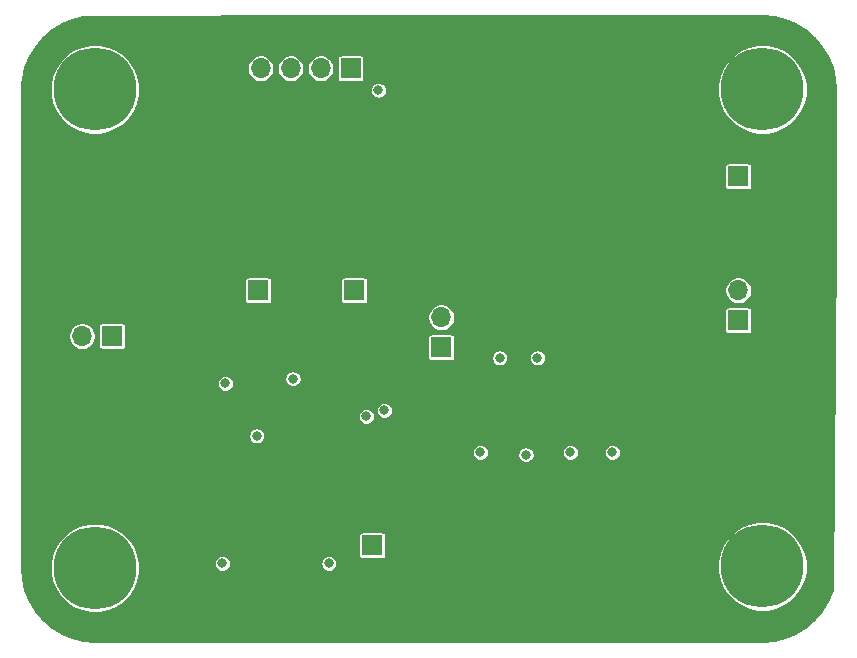
<source format=gbr>
%TF.GenerationSoftware,KiCad,Pcbnew,(5.1.9)-1*%
%TF.CreationDate,2021-07-10T10:04:42-04:00*%
%TF.ProjectId,detector_circuit_alt_LTC6254,64657465-6374-46f7-925f-636972637569,rev?*%
%TF.SameCoordinates,Original*%
%TF.FileFunction,Copper,L3,Inr*%
%TF.FilePolarity,Positive*%
%FSLAX46Y46*%
G04 Gerber Fmt 4.6, Leading zero omitted, Abs format (unit mm)*
G04 Created by KiCad (PCBNEW (5.1.9)-1) date 2021-07-10 10:04:42*
%MOMM*%
%LPD*%
G01*
G04 APERTURE LIST*
%TA.AperFunction,ComponentPad*%
%ADD10C,7.000000*%
%TD*%
%TA.AperFunction,ComponentPad*%
%ADD11R,1.700000X1.700000*%
%TD*%
%TA.AperFunction,ComponentPad*%
%ADD12O,1.700000X1.700000*%
%TD*%
%TA.AperFunction,ViaPad*%
%ADD13C,0.800000*%
%TD*%
%TA.AperFunction,Conductor*%
%ADD14C,0.254000*%
%TD*%
%TA.AperFunction,Conductor*%
%ADD15C,0.100000*%
%TD*%
G04 APERTURE END LIST*
D10*
%TO.N,N/C*%
%TO.C,REF\u002A\u002A*%
X90170000Y-100457000D03*
%TD*%
%TO.N,N/C*%
%TO.C,REF\u002A\u002A*%
X146685000Y-100457000D03*
%TD*%
%TO.N,N/C*%
%TO.C,REF\u002A\u002A*%
X146685000Y-140843000D03*
%TD*%
D11*
%TO.N,Net-(C31-Pad2)*%
%TO.C,TP2*%
X104013000Y-117475000D03*
%TD*%
%TO.N,Net-(C18-Pad2)*%
%TO.C,TP15*%
X113665000Y-139065000D03*
%TD*%
D12*
%TO.N,/AMP_OUT*%
%TO.C,JP1*%
X119507000Y-119761000D03*
D11*
%TO.N,Net-(C36-Pad1)*%
X119507000Y-122301000D03*
%TD*%
%TO.N,/DET_ADC*%
%TO.C,TP1*%
X112141000Y-117475000D03*
%TD*%
D12*
%TO.N,/Filter_IN*%
%TO.C,JP5*%
X89090500Y-121348500D03*
D11*
%TO.N,Net-(C31-Pad1)*%
X91630500Y-121348500D03*
%TD*%
D12*
%TO.N,/SIPM_OUT*%
%TO.C,J3*%
X104203500Y-98679000D03*
%TO.N,/DET_ADC*%
X106743500Y-98679000D03*
%TO.N,/AMP_OUT*%
X109283500Y-98679000D03*
D11*
%TO.N,GND*%
X111823500Y-98679000D03*
%TD*%
D12*
%TO.N,N/C*%
%TO.C,J2*%
X144653000Y-117475000D03*
D11*
%TO.N,/SIPM_OUT*%
X144653000Y-120015000D03*
%TD*%
D12*
%TO.N,+4.7V*%
%TO.C,J1*%
X144653000Y-110363000D03*
D11*
%TO.N,GND*%
X144653000Y-107823000D03*
%TD*%
D10*
%TO.N,N/C*%
%TO.C,REF\u002A\u002A*%
X90170000Y-140970000D03*
%TD*%
D13*
%TO.N,GND*%
X124460000Y-123190000D03*
X109982000Y-140589000D03*
X100965000Y-140589000D03*
X101219000Y-125349000D03*
X127635000Y-123190000D03*
X114173000Y-100520500D03*
X114681000Y-127635000D03*
X126669800Y-131394200D03*
X122809000Y-131191000D03*
X130429000Y-131191000D03*
X133985000Y-131191000D03*
%TO.N,Net-(C31-Pad1)*%
X106943000Y-124959000D03*
%TO.N,Net-(C36-Pad1)*%
X113157000Y-128143000D03*
X103886000Y-129794000D03*
%TO.N,+4.7V*%
X101219000Y-127381000D03*
%TD*%
D14*
%TO.N,+4.7V*%
X147650585Y-94360540D02*
X148592388Y-94586647D01*
X149487239Y-94957307D01*
X150313075Y-95463379D01*
X151049583Y-96092417D01*
X151678620Y-96828925D01*
X152184694Y-97654764D01*
X152555353Y-98549612D01*
X152781460Y-99491420D01*
X152858001Y-100463963D01*
X152858001Y-113103417D01*
X152556777Y-142871456D01*
X152555353Y-142877388D01*
X152184694Y-143772236D01*
X151678620Y-144598075D01*
X151049583Y-145334583D01*
X150313075Y-145963621D01*
X149487239Y-146469693D01*
X148592388Y-146840353D01*
X147650585Y-147066460D01*
X146678051Y-147143000D01*
X90176950Y-147143000D01*
X89204420Y-147066460D01*
X88262612Y-146840353D01*
X87367764Y-146469694D01*
X86541925Y-145963620D01*
X85805417Y-145334583D01*
X85176379Y-144598075D01*
X84670307Y-143772239D01*
X84299647Y-142877388D01*
X84073540Y-141935585D01*
X83997000Y-140963051D01*
X83997000Y-140593073D01*
X86343000Y-140593073D01*
X86343000Y-141346927D01*
X86490070Y-142086295D01*
X86778557Y-142782764D01*
X87197375Y-143409570D01*
X87730430Y-143942625D01*
X88357236Y-144361443D01*
X89053705Y-144649930D01*
X89793073Y-144797000D01*
X90546927Y-144797000D01*
X91286295Y-144649930D01*
X91982764Y-144361443D01*
X92609570Y-143942625D01*
X93142625Y-143409570D01*
X93561443Y-142782764D01*
X93849930Y-142086295D01*
X93997000Y-141346927D01*
X93997000Y-140593073D01*
X93981948Y-140517397D01*
X100238000Y-140517397D01*
X100238000Y-140660603D01*
X100265938Y-140801058D01*
X100320741Y-140933364D01*
X100400302Y-141052436D01*
X100501564Y-141153698D01*
X100620636Y-141233259D01*
X100752942Y-141288062D01*
X100893397Y-141316000D01*
X101036603Y-141316000D01*
X101177058Y-141288062D01*
X101309364Y-141233259D01*
X101428436Y-141153698D01*
X101529698Y-141052436D01*
X101609259Y-140933364D01*
X101664062Y-140801058D01*
X101692000Y-140660603D01*
X101692000Y-140517397D01*
X109255000Y-140517397D01*
X109255000Y-140660603D01*
X109282938Y-140801058D01*
X109337741Y-140933364D01*
X109417302Y-141052436D01*
X109518564Y-141153698D01*
X109637636Y-141233259D01*
X109769942Y-141288062D01*
X109910397Y-141316000D01*
X110053603Y-141316000D01*
X110194058Y-141288062D01*
X110326364Y-141233259D01*
X110445436Y-141153698D01*
X110546698Y-141052436D01*
X110626259Y-140933364D01*
X110681062Y-140801058D01*
X110709000Y-140660603D01*
X110709000Y-140517397D01*
X110698792Y-140466073D01*
X142858000Y-140466073D01*
X142858000Y-141219927D01*
X143005070Y-141959295D01*
X143293557Y-142655764D01*
X143712375Y-143282570D01*
X144245430Y-143815625D01*
X144872236Y-144234443D01*
X145568705Y-144522930D01*
X146308073Y-144670000D01*
X147061927Y-144670000D01*
X147801295Y-144522930D01*
X148497764Y-144234443D01*
X149124570Y-143815625D01*
X149657625Y-143282570D01*
X150076443Y-142655764D01*
X150364930Y-141959295D01*
X150512000Y-141219927D01*
X150512000Y-140466073D01*
X150364930Y-139726705D01*
X150076443Y-139030236D01*
X149657625Y-138403430D01*
X149124570Y-137870375D01*
X148497764Y-137451557D01*
X147801295Y-137163070D01*
X147061927Y-137016000D01*
X146308073Y-137016000D01*
X145568705Y-137163070D01*
X144872236Y-137451557D01*
X144245430Y-137870375D01*
X143712375Y-138403430D01*
X143293557Y-139030236D01*
X143005070Y-139726705D01*
X142858000Y-140466073D01*
X110698792Y-140466073D01*
X110681062Y-140376942D01*
X110626259Y-140244636D01*
X110546698Y-140125564D01*
X110445436Y-140024302D01*
X110326364Y-139944741D01*
X110194058Y-139889938D01*
X110053603Y-139862000D01*
X109910397Y-139862000D01*
X109769942Y-139889938D01*
X109637636Y-139944741D01*
X109518564Y-140024302D01*
X109417302Y-140125564D01*
X109337741Y-140244636D01*
X109282938Y-140376942D01*
X109255000Y-140517397D01*
X101692000Y-140517397D01*
X101664062Y-140376942D01*
X101609259Y-140244636D01*
X101529698Y-140125564D01*
X101428436Y-140024302D01*
X101309364Y-139944741D01*
X101177058Y-139889938D01*
X101036603Y-139862000D01*
X100893397Y-139862000D01*
X100752942Y-139889938D01*
X100620636Y-139944741D01*
X100501564Y-140024302D01*
X100400302Y-140125564D01*
X100320741Y-140244636D01*
X100265938Y-140376942D01*
X100238000Y-140517397D01*
X93981948Y-140517397D01*
X93849930Y-139853705D01*
X93561443Y-139157236D01*
X93142625Y-138530430D01*
X92827195Y-138215000D01*
X112486418Y-138215000D01*
X112486418Y-139915000D01*
X112492732Y-139979103D01*
X112511430Y-140040743D01*
X112541794Y-140097550D01*
X112582657Y-140147343D01*
X112632450Y-140188206D01*
X112689257Y-140218570D01*
X112750897Y-140237268D01*
X112815000Y-140243582D01*
X114515000Y-140243582D01*
X114579103Y-140237268D01*
X114640743Y-140218570D01*
X114697550Y-140188206D01*
X114747343Y-140147343D01*
X114788206Y-140097550D01*
X114818570Y-140040743D01*
X114837268Y-139979103D01*
X114843582Y-139915000D01*
X114843582Y-138215000D01*
X114837268Y-138150897D01*
X114818570Y-138089257D01*
X114788206Y-138032450D01*
X114747343Y-137982657D01*
X114697550Y-137941794D01*
X114640743Y-137911430D01*
X114579103Y-137892732D01*
X114515000Y-137886418D01*
X112815000Y-137886418D01*
X112750897Y-137892732D01*
X112689257Y-137911430D01*
X112632450Y-137941794D01*
X112582657Y-137982657D01*
X112541794Y-138032450D01*
X112511430Y-138089257D01*
X112492732Y-138150897D01*
X112486418Y-138215000D01*
X92827195Y-138215000D01*
X92609570Y-137997375D01*
X91982764Y-137578557D01*
X91286295Y-137290070D01*
X90546927Y-137143000D01*
X89793073Y-137143000D01*
X89053705Y-137290070D01*
X88357236Y-137578557D01*
X87730430Y-137997375D01*
X87197375Y-138530430D01*
X86778557Y-139157236D01*
X86490070Y-139853705D01*
X86343000Y-140593073D01*
X83997000Y-140593073D01*
X83997000Y-131119397D01*
X122082000Y-131119397D01*
X122082000Y-131262603D01*
X122109938Y-131403058D01*
X122164741Y-131535364D01*
X122244302Y-131654436D01*
X122345564Y-131755698D01*
X122464636Y-131835259D01*
X122596942Y-131890062D01*
X122737397Y-131918000D01*
X122880603Y-131918000D01*
X123021058Y-131890062D01*
X123153364Y-131835259D01*
X123272436Y-131755698D01*
X123373698Y-131654436D01*
X123453259Y-131535364D01*
X123508062Y-131403058D01*
X123524066Y-131322597D01*
X125942800Y-131322597D01*
X125942800Y-131465803D01*
X125970738Y-131606258D01*
X126025541Y-131738564D01*
X126105102Y-131857636D01*
X126206364Y-131958898D01*
X126325436Y-132038459D01*
X126457742Y-132093262D01*
X126598197Y-132121200D01*
X126741403Y-132121200D01*
X126881858Y-132093262D01*
X127014164Y-132038459D01*
X127133236Y-131958898D01*
X127234498Y-131857636D01*
X127314059Y-131738564D01*
X127368862Y-131606258D01*
X127396800Y-131465803D01*
X127396800Y-131322597D01*
X127368862Y-131182142D01*
X127342873Y-131119397D01*
X129702000Y-131119397D01*
X129702000Y-131262603D01*
X129729938Y-131403058D01*
X129784741Y-131535364D01*
X129864302Y-131654436D01*
X129965564Y-131755698D01*
X130084636Y-131835259D01*
X130216942Y-131890062D01*
X130357397Y-131918000D01*
X130500603Y-131918000D01*
X130641058Y-131890062D01*
X130773364Y-131835259D01*
X130892436Y-131755698D01*
X130993698Y-131654436D01*
X131073259Y-131535364D01*
X131128062Y-131403058D01*
X131156000Y-131262603D01*
X131156000Y-131119397D01*
X133258000Y-131119397D01*
X133258000Y-131262603D01*
X133285938Y-131403058D01*
X133340741Y-131535364D01*
X133420302Y-131654436D01*
X133521564Y-131755698D01*
X133640636Y-131835259D01*
X133772942Y-131890062D01*
X133913397Y-131918000D01*
X134056603Y-131918000D01*
X134197058Y-131890062D01*
X134329364Y-131835259D01*
X134448436Y-131755698D01*
X134549698Y-131654436D01*
X134629259Y-131535364D01*
X134684062Y-131403058D01*
X134712000Y-131262603D01*
X134712000Y-131119397D01*
X134684062Y-130978942D01*
X134629259Y-130846636D01*
X134549698Y-130727564D01*
X134448436Y-130626302D01*
X134329364Y-130546741D01*
X134197058Y-130491938D01*
X134056603Y-130464000D01*
X133913397Y-130464000D01*
X133772942Y-130491938D01*
X133640636Y-130546741D01*
X133521564Y-130626302D01*
X133420302Y-130727564D01*
X133340741Y-130846636D01*
X133285938Y-130978942D01*
X133258000Y-131119397D01*
X131156000Y-131119397D01*
X131128062Y-130978942D01*
X131073259Y-130846636D01*
X130993698Y-130727564D01*
X130892436Y-130626302D01*
X130773364Y-130546741D01*
X130641058Y-130491938D01*
X130500603Y-130464000D01*
X130357397Y-130464000D01*
X130216942Y-130491938D01*
X130084636Y-130546741D01*
X129965564Y-130626302D01*
X129864302Y-130727564D01*
X129784741Y-130846636D01*
X129729938Y-130978942D01*
X129702000Y-131119397D01*
X127342873Y-131119397D01*
X127314059Y-131049836D01*
X127234498Y-130930764D01*
X127133236Y-130829502D01*
X127014164Y-130749941D01*
X126881858Y-130695138D01*
X126741403Y-130667200D01*
X126598197Y-130667200D01*
X126457742Y-130695138D01*
X126325436Y-130749941D01*
X126206364Y-130829502D01*
X126105102Y-130930764D01*
X126025541Y-131049836D01*
X125970738Y-131182142D01*
X125942800Y-131322597D01*
X123524066Y-131322597D01*
X123536000Y-131262603D01*
X123536000Y-131119397D01*
X123508062Y-130978942D01*
X123453259Y-130846636D01*
X123373698Y-130727564D01*
X123272436Y-130626302D01*
X123153364Y-130546741D01*
X123021058Y-130491938D01*
X122880603Y-130464000D01*
X122737397Y-130464000D01*
X122596942Y-130491938D01*
X122464636Y-130546741D01*
X122345564Y-130626302D01*
X122244302Y-130727564D01*
X122164741Y-130846636D01*
X122109938Y-130978942D01*
X122082000Y-131119397D01*
X83997000Y-131119397D01*
X83997000Y-129722397D01*
X103159000Y-129722397D01*
X103159000Y-129865603D01*
X103186938Y-130006058D01*
X103241741Y-130138364D01*
X103321302Y-130257436D01*
X103422564Y-130358698D01*
X103541636Y-130438259D01*
X103673942Y-130493062D01*
X103814397Y-130521000D01*
X103957603Y-130521000D01*
X104098058Y-130493062D01*
X104230364Y-130438259D01*
X104349436Y-130358698D01*
X104450698Y-130257436D01*
X104530259Y-130138364D01*
X104585062Y-130006058D01*
X104613000Y-129865603D01*
X104613000Y-129722397D01*
X104585062Y-129581942D01*
X104530259Y-129449636D01*
X104450698Y-129330564D01*
X104349436Y-129229302D01*
X104230364Y-129149741D01*
X104098058Y-129094938D01*
X103957603Y-129067000D01*
X103814397Y-129067000D01*
X103673942Y-129094938D01*
X103541636Y-129149741D01*
X103422564Y-129229302D01*
X103321302Y-129330564D01*
X103241741Y-129449636D01*
X103186938Y-129581942D01*
X103159000Y-129722397D01*
X83997000Y-129722397D01*
X83997000Y-128071397D01*
X112430000Y-128071397D01*
X112430000Y-128214603D01*
X112457938Y-128355058D01*
X112512741Y-128487364D01*
X112592302Y-128606436D01*
X112693564Y-128707698D01*
X112812636Y-128787259D01*
X112944942Y-128842062D01*
X113085397Y-128870000D01*
X113228603Y-128870000D01*
X113369058Y-128842062D01*
X113501364Y-128787259D01*
X113620436Y-128707698D01*
X113721698Y-128606436D01*
X113801259Y-128487364D01*
X113856062Y-128355058D01*
X113884000Y-128214603D01*
X113884000Y-128071397D01*
X113856062Y-127930942D01*
X113801259Y-127798636D01*
X113721698Y-127679564D01*
X113620436Y-127578302D01*
X113598129Y-127563397D01*
X113954000Y-127563397D01*
X113954000Y-127706603D01*
X113981938Y-127847058D01*
X114036741Y-127979364D01*
X114116302Y-128098436D01*
X114217564Y-128199698D01*
X114336636Y-128279259D01*
X114468942Y-128334062D01*
X114609397Y-128362000D01*
X114752603Y-128362000D01*
X114893058Y-128334062D01*
X115025364Y-128279259D01*
X115144436Y-128199698D01*
X115245698Y-128098436D01*
X115325259Y-127979364D01*
X115380062Y-127847058D01*
X115408000Y-127706603D01*
X115408000Y-127563397D01*
X115380062Y-127422942D01*
X115325259Y-127290636D01*
X115245698Y-127171564D01*
X115144436Y-127070302D01*
X115025364Y-126990741D01*
X114893058Y-126935938D01*
X114752603Y-126908000D01*
X114609397Y-126908000D01*
X114468942Y-126935938D01*
X114336636Y-126990741D01*
X114217564Y-127070302D01*
X114116302Y-127171564D01*
X114036741Y-127290636D01*
X113981938Y-127422942D01*
X113954000Y-127563397D01*
X113598129Y-127563397D01*
X113501364Y-127498741D01*
X113369058Y-127443938D01*
X113228603Y-127416000D01*
X113085397Y-127416000D01*
X112944942Y-127443938D01*
X112812636Y-127498741D01*
X112693564Y-127578302D01*
X112592302Y-127679564D01*
X112512741Y-127798636D01*
X112457938Y-127930942D01*
X112430000Y-128071397D01*
X83997000Y-128071397D01*
X83997000Y-125277397D01*
X100492000Y-125277397D01*
X100492000Y-125420603D01*
X100519938Y-125561058D01*
X100574741Y-125693364D01*
X100654302Y-125812436D01*
X100755564Y-125913698D01*
X100874636Y-125993259D01*
X101006942Y-126048062D01*
X101147397Y-126076000D01*
X101290603Y-126076000D01*
X101431058Y-126048062D01*
X101563364Y-125993259D01*
X101682436Y-125913698D01*
X101783698Y-125812436D01*
X101863259Y-125693364D01*
X101918062Y-125561058D01*
X101946000Y-125420603D01*
X101946000Y-125277397D01*
X101918062Y-125136942D01*
X101863259Y-125004636D01*
X101784923Y-124887397D01*
X106216000Y-124887397D01*
X106216000Y-125030603D01*
X106243938Y-125171058D01*
X106298741Y-125303364D01*
X106378302Y-125422436D01*
X106479564Y-125523698D01*
X106598636Y-125603259D01*
X106730942Y-125658062D01*
X106871397Y-125686000D01*
X107014603Y-125686000D01*
X107155058Y-125658062D01*
X107287364Y-125603259D01*
X107406436Y-125523698D01*
X107507698Y-125422436D01*
X107587259Y-125303364D01*
X107642062Y-125171058D01*
X107670000Y-125030603D01*
X107670000Y-124887397D01*
X107642062Y-124746942D01*
X107587259Y-124614636D01*
X107507698Y-124495564D01*
X107406436Y-124394302D01*
X107287364Y-124314741D01*
X107155058Y-124259938D01*
X107014603Y-124232000D01*
X106871397Y-124232000D01*
X106730942Y-124259938D01*
X106598636Y-124314741D01*
X106479564Y-124394302D01*
X106378302Y-124495564D01*
X106298741Y-124614636D01*
X106243938Y-124746942D01*
X106216000Y-124887397D01*
X101784923Y-124887397D01*
X101783698Y-124885564D01*
X101682436Y-124784302D01*
X101563364Y-124704741D01*
X101431058Y-124649938D01*
X101290603Y-124622000D01*
X101147397Y-124622000D01*
X101006942Y-124649938D01*
X100874636Y-124704741D01*
X100755564Y-124784302D01*
X100654302Y-124885564D01*
X100574741Y-125004636D01*
X100519938Y-125136942D01*
X100492000Y-125277397D01*
X83997000Y-125277397D01*
X83997000Y-121232576D01*
X87913500Y-121232576D01*
X87913500Y-121464424D01*
X87958731Y-121691818D01*
X88047456Y-121906019D01*
X88176264Y-122098794D01*
X88340206Y-122262736D01*
X88532981Y-122391544D01*
X88747182Y-122480269D01*
X88974576Y-122525500D01*
X89206424Y-122525500D01*
X89433818Y-122480269D01*
X89648019Y-122391544D01*
X89840794Y-122262736D01*
X90004736Y-122098794D01*
X90133544Y-121906019D01*
X90222269Y-121691818D01*
X90267500Y-121464424D01*
X90267500Y-121232576D01*
X90222269Y-121005182D01*
X90133544Y-120790981D01*
X90004736Y-120598206D01*
X89905030Y-120498500D01*
X90451918Y-120498500D01*
X90451918Y-122198500D01*
X90458232Y-122262603D01*
X90476930Y-122324243D01*
X90507294Y-122381050D01*
X90548157Y-122430843D01*
X90597950Y-122471706D01*
X90654757Y-122502070D01*
X90716397Y-122520768D01*
X90780500Y-122527082D01*
X92480500Y-122527082D01*
X92544603Y-122520768D01*
X92606243Y-122502070D01*
X92663050Y-122471706D01*
X92712843Y-122430843D01*
X92753706Y-122381050D01*
X92784070Y-122324243D01*
X92802768Y-122262603D01*
X92809082Y-122198500D01*
X92809082Y-121451000D01*
X118328418Y-121451000D01*
X118328418Y-123151000D01*
X118334732Y-123215103D01*
X118353430Y-123276743D01*
X118383794Y-123333550D01*
X118424657Y-123383343D01*
X118474450Y-123424206D01*
X118531257Y-123454570D01*
X118592897Y-123473268D01*
X118657000Y-123479582D01*
X120357000Y-123479582D01*
X120421103Y-123473268D01*
X120482743Y-123454570D01*
X120539550Y-123424206D01*
X120589343Y-123383343D01*
X120630206Y-123333550D01*
X120660570Y-123276743D01*
X120679268Y-123215103D01*
X120685582Y-123151000D01*
X120685582Y-123118397D01*
X123733000Y-123118397D01*
X123733000Y-123261603D01*
X123760938Y-123402058D01*
X123815741Y-123534364D01*
X123895302Y-123653436D01*
X123996564Y-123754698D01*
X124115636Y-123834259D01*
X124247942Y-123889062D01*
X124388397Y-123917000D01*
X124531603Y-123917000D01*
X124672058Y-123889062D01*
X124804364Y-123834259D01*
X124923436Y-123754698D01*
X125024698Y-123653436D01*
X125104259Y-123534364D01*
X125159062Y-123402058D01*
X125187000Y-123261603D01*
X125187000Y-123118397D01*
X126908000Y-123118397D01*
X126908000Y-123261603D01*
X126935938Y-123402058D01*
X126990741Y-123534364D01*
X127070302Y-123653436D01*
X127171564Y-123754698D01*
X127290636Y-123834259D01*
X127422942Y-123889062D01*
X127563397Y-123917000D01*
X127706603Y-123917000D01*
X127847058Y-123889062D01*
X127979364Y-123834259D01*
X128098436Y-123754698D01*
X128199698Y-123653436D01*
X128279259Y-123534364D01*
X128334062Y-123402058D01*
X128362000Y-123261603D01*
X128362000Y-123118397D01*
X128334062Y-122977942D01*
X128279259Y-122845636D01*
X128199698Y-122726564D01*
X128098436Y-122625302D01*
X127979364Y-122545741D01*
X127847058Y-122490938D01*
X127706603Y-122463000D01*
X127563397Y-122463000D01*
X127422942Y-122490938D01*
X127290636Y-122545741D01*
X127171564Y-122625302D01*
X127070302Y-122726564D01*
X126990741Y-122845636D01*
X126935938Y-122977942D01*
X126908000Y-123118397D01*
X125187000Y-123118397D01*
X125159062Y-122977942D01*
X125104259Y-122845636D01*
X125024698Y-122726564D01*
X124923436Y-122625302D01*
X124804364Y-122545741D01*
X124672058Y-122490938D01*
X124531603Y-122463000D01*
X124388397Y-122463000D01*
X124247942Y-122490938D01*
X124115636Y-122545741D01*
X123996564Y-122625302D01*
X123895302Y-122726564D01*
X123815741Y-122845636D01*
X123760938Y-122977942D01*
X123733000Y-123118397D01*
X120685582Y-123118397D01*
X120685582Y-121451000D01*
X120679268Y-121386897D01*
X120660570Y-121325257D01*
X120630206Y-121268450D01*
X120589343Y-121218657D01*
X120539550Y-121177794D01*
X120482743Y-121147430D01*
X120421103Y-121128732D01*
X120357000Y-121122418D01*
X118657000Y-121122418D01*
X118592897Y-121128732D01*
X118531257Y-121147430D01*
X118474450Y-121177794D01*
X118424657Y-121218657D01*
X118383794Y-121268450D01*
X118353430Y-121325257D01*
X118334732Y-121386897D01*
X118328418Y-121451000D01*
X92809082Y-121451000D01*
X92809082Y-120498500D01*
X92802768Y-120434397D01*
X92784070Y-120372757D01*
X92753706Y-120315950D01*
X92712843Y-120266157D01*
X92663050Y-120225294D01*
X92606243Y-120194930D01*
X92544603Y-120176232D01*
X92480500Y-120169918D01*
X90780500Y-120169918D01*
X90716397Y-120176232D01*
X90654757Y-120194930D01*
X90597950Y-120225294D01*
X90548157Y-120266157D01*
X90507294Y-120315950D01*
X90476930Y-120372757D01*
X90458232Y-120434397D01*
X90451918Y-120498500D01*
X89905030Y-120498500D01*
X89840794Y-120434264D01*
X89648019Y-120305456D01*
X89433818Y-120216731D01*
X89206424Y-120171500D01*
X88974576Y-120171500D01*
X88747182Y-120216731D01*
X88532981Y-120305456D01*
X88340206Y-120434264D01*
X88176264Y-120598206D01*
X88047456Y-120790981D01*
X87958731Y-121005182D01*
X87913500Y-121232576D01*
X83997000Y-121232576D01*
X83997000Y-119645076D01*
X118330000Y-119645076D01*
X118330000Y-119876924D01*
X118375231Y-120104318D01*
X118463956Y-120318519D01*
X118592764Y-120511294D01*
X118756706Y-120675236D01*
X118949481Y-120804044D01*
X119163682Y-120892769D01*
X119391076Y-120938000D01*
X119622924Y-120938000D01*
X119850318Y-120892769D01*
X120064519Y-120804044D01*
X120257294Y-120675236D01*
X120421236Y-120511294D01*
X120550044Y-120318519D01*
X120638769Y-120104318D01*
X120684000Y-119876924D01*
X120684000Y-119645076D01*
X120638769Y-119417682D01*
X120550044Y-119203481D01*
X120524332Y-119165000D01*
X143474418Y-119165000D01*
X143474418Y-120865000D01*
X143480732Y-120929103D01*
X143499430Y-120990743D01*
X143529794Y-121047550D01*
X143570657Y-121097343D01*
X143620450Y-121138206D01*
X143677257Y-121168570D01*
X143738897Y-121187268D01*
X143803000Y-121193582D01*
X145503000Y-121193582D01*
X145567103Y-121187268D01*
X145628743Y-121168570D01*
X145685550Y-121138206D01*
X145735343Y-121097343D01*
X145776206Y-121047550D01*
X145806570Y-120990743D01*
X145825268Y-120929103D01*
X145831582Y-120865000D01*
X145831582Y-119165000D01*
X145825268Y-119100897D01*
X145806570Y-119039257D01*
X145776206Y-118982450D01*
X145735343Y-118932657D01*
X145685550Y-118891794D01*
X145628743Y-118861430D01*
X145567103Y-118842732D01*
X145503000Y-118836418D01*
X143803000Y-118836418D01*
X143738897Y-118842732D01*
X143677257Y-118861430D01*
X143620450Y-118891794D01*
X143570657Y-118932657D01*
X143529794Y-118982450D01*
X143499430Y-119039257D01*
X143480732Y-119100897D01*
X143474418Y-119165000D01*
X120524332Y-119165000D01*
X120421236Y-119010706D01*
X120257294Y-118846764D01*
X120064519Y-118717956D01*
X119850318Y-118629231D01*
X119622924Y-118584000D01*
X119391076Y-118584000D01*
X119163682Y-118629231D01*
X118949481Y-118717956D01*
X118756706Y-118846764D01*
X118592764Y-119010706D01*
X118463956Y-119203481D01*
X118375231Y-119417682D01*
X118330000Y-119645076D01*
X83997000Y-119645076D01*
X83997000Y-119453524D01*
X84002074Y-116625000D01*
X102834418Y-116625000D01*
X102834418Y-118325000D01*
X102840732Y-118389103D01*
X102859430Y-118450743D01*
X102889794Y-118507550D01*
X102930657Y-118557343D01*
X102980450Y-118598206D01*
X103037257Y-118628570D01*
X103098897Y-118647268D01*
X103163000Y-118653582D01*
X104863000Y-118653582D01*
X104927103Y-118647268D01*
X104988743Y-118628570D01*
X105045550Y-118598206D01*
X105095343Y-118557343D01*
X105136206Y-118507550D01*
X105166570Y-118450743D01*
X105185268Y-118389103D01*
X105191582Y-118325000D01*
X105191582Y-116625000D01*
X110962418Y-116625000D01*
X110962418Y-118325000D01*
X110968732Y-118389103D01*
X110987430Y-118450743D01*
X111017794Y-118507550D01*
X111058657Y-118557343D01*
X111108450Y-118598206D01*
X111165257Y-118628570D01*
X111226897Y-118647268D01*
X111291000Y-118653582D01*
X112991000Y-118653582D01*
X113055103Y-118647268D01*
X113116743Y-118628570D01*
X113173550Y-118598206D01*
X113223343Y-118557343D01*
X113264206Y-118507550D01*
X113294570Y-118450743D01*
X113313268Y-118389103D01*
X113319582Y-118325000D01*
X113319582Y-117359076D01*
X143476000Y-117359076D01*
X143476000Y-117590924D01*
X143521231Y-117818318D01*
X143609956Y-118032519D01*
X143738764Y-118225294D01*
X143902706Y-118389236D01*
X144095481Y-118518044D01*
X144309682Y-118606769D01*
X144537076Y-118652000D01*
X144768924Y-118652000D01*
X144996318Y-118606769D01*
X145210519Y-118518044D01*
X145403294Y-118389236D01*
X145567236Y-118225294D01*
X145696044Y-118032519D01*
X145784769Y-117818318D01*
X145830000Y-117590924D01*
X145830000Y-117359076D01*
X145784769Y-117131682D01*
X145696044Y-116917481D01*
X145567236Y-116724706D01*
X145403294Y-116560764D01*
X145210519Y-116431956D01*
X144996318Y-116343231D01*
X144768924Y-116298000D01*
X144537076Y-116298000D01*
X144309682Y-116343231D01*
X144095481Y-116431956D01*
X143902706Y-116560764D01*
X143738764Y-116724706D01*
X143609956Y-116917481D01*
X143521231Y-117131682D01*
X143476000Y-117359076D01*
X113319582Y-117359076D01*
X113319582Y-116625000D01*
X113313268Y-116560897D01*
X113294570Y-116499257D01*
X113264206Y-116442450D01*
X113223343Y-116392657D01*
X113173550Y-116351794D01*
X113116743Y-116321430D01*
X113055103Y-116302732D01*
X112991000Y-116296418D01*
X111291000Y-116296418D01*
X111226897Y-116302732D01*
X111165257Y-116321430D01*
X111108450Y-116351794D01*
X111058657Y-116392657D01*
X111017794Y-116442450D01*
X110987430Y-116499257D01*
X110968732Y-116560897D01*
X110962418Y-116625000D01*
X105191582Y-116625000D01*
X105185268Y-116560897D01*
X105166570Y-116499257D01*
X105136206Y-116442450D01*
X105095343Y-116392657D01*
X105045550Y-116351794D01*
X104988743Y-116321430D01*
X104927103Y-116302732D01*
X104863000Y-116296418D01*
X103163000Y-116296418D01*
X103098897Y-116302732D01*
X103037257Y-116321430D01*
X102980450Y-116351794D01*
X102930657Y-116392657D01*
X102889794Y-116442450D01*
X102859430Y-116499257D01*
X102840732Y-116560897D01*
X102834418Y-116625000D01*
X84002074Y-116625000D01*
X84019392Y-106973000D01*
X143474418Y-106973000D01*
X143474418Y-108673000D01*
X143480732Y-108737103D01*
X143499430Y-108798743D01*
X143529794Y-108855550D01*
X143570657Y-108905343D01*
X143620450Y-108946206D01*
X143677257Y-108976570D01*
X143738897Y-108995268D01*
X143803000Y-109001582D01*
X145503000Y-109001582D01*
X145567103Y-108995268D01*
X145628743Y-108976570D01*
X145685550Y-108946206D01*
X145735343Y-108905343D01*
X145776206Y-108855550D01*
X145806570Y-108798743D01*
X145825268Y-108737103D01*
X145831582Y-108673000D01*
X145831582Y-106973000D01*
X145825268Y-106908897D01*
X145806570Y-106847257D01*
X145776206Y-106790450D01*
X145735343Y-106740657D01*
X145685550Y-106699794D01*
X145628743Y-106669430D01*
X145567103Y-106650732D01*
X145503000Y-106644418D01*
X143803000Y-106644418D01*
X143738897Y-106650732D01*
X143677257Y-106669430D01*
X143620450Y-106699794D01*
X143570657Y-106740657D01*
X143529794Y-106790450D01*
X143499430Y-106847257D01*
X143480732Y-106908897D01*
X143474418Y-106973000D01*
X84019392Y-106973000D01*
X84031760Y-100080073D01*
X86343000Y-100080073D01*
X86343000Y-100833927D01*
X86490070Y-101573295D01*
X86778557Y-102269764D01*
X87197375Y-102896570D01*
X87730430Y-103429625D01*
X88357236Y-103848443D01*
X89053705Y-104136930D01*
X89793073Y-104284000D01*
X90546927Y-104284000D01*
X91286295Y-104136930D01*
X91982764Y-103848443D01*
X92609570Y-103429625D01*
X93142625Y-102896570D01*
X93561443Y-102269764D01*
X93849930Y-101573295D01*
X93997000Y-100833927D01*
X93997000Y-100448897D01*
X113446000Y-100448897D01*
X113446000Y-100592103D01*
X113473938Y-100732558D01*
X113528741Y-100864864D01*
X113608302Y-100983936D01*
X113709564Y-101085198D01*
X113828636Y-101164759D01*
X113960942Y-101219562D01*
X114101397Y-101247500D01*
X114244603Y-101247500D01*
X114385058Y-101219562D01*
X114517364Y-101164759D01*
X114636436Y-101085198D01*
X114737698Y-100983936D01*
X114817259Y-100864864D01*
X114872062Y-100732558D01*
X114900000Y-100592103D01*
X114900000Y-100448897D01*
X114872062Y-100308442D01*
X114817259Y-100176136D01*
X114753073Y-100080073D01*
X142858000Y-100080073D01*
X142858000Y-100833927D01*
X143005070Y-101573295D01*
X143293557Y-102269764D01*
X143712375Y-102896570D01*
X144245430Y-103429625D01*
X144872236Y-103848443D01*
X145568705Y-104136930D01*
X146308073Y-104284000D01*
X147061927Y-104284000D01*
X147801295Y-104136930D01*
X148497764Y-103848443D01*
X149124570Y-103429625D01*
X149657625Y-102896570D01*
X150076443Y-102269764D01*
X150364930Y-101573295D01*
X150512000Y-100833927D01*
X150512000Y-100080073D01*
X150364930Y-99340705D01*
X150076443Y-98644236D01*
X149657625Y-98017430D01*
X149124570Y-97484375D01*
X148497764Y-97065557D01*
X147801295Y-96777070D01*
X147061927Y-96630000D01*
X146308073Y-96630000D01*
X145568705Y-96777070D01*
X144872236Y-97065557D01*
X144245430Y-97484375D01*
X143712375Y-98017430D01*
X143293557Y-98644236D01*
X143005070Y-99340705D01*
X142858000Y-100080073D01*
X114753073Y-100080073D01*
X114737698Y-100057064D01*
X114636436Y-99955802D01*
X114517364Y-99876241D01*
X114385058Y-99821438D01*
X114244603Y-99793500D01*
X114101397Y-99793500D01*
X113960942Y-99821438D01*
X113828636Y-99876241D01*
X113709564Y-99955802D01*
X113608302Y-100057064D01*
X113528741Y-100176136D01*
X113473938Y-100308442D01*
X113446000Y-100448897D01*
X93997000Y-100448897D01*
X93997000Y-100080073D01*
X93849930Y-99340705D01*
X93561443Y-98644236D01*
X93507214Y-98563076D01*
X103026500Y-98563076D01*
X103026500Y-98794924D01*
X103071731Y-99022318D01*
X103160456Y-99236519D01*
X103289264Y-99429294D01*
X103453206Y-99593236D01*
X103645981Y-99722044D01*
X103860182Y-99810769D01*
X104087576Y-99856000D01*
X104319424Y-99856000D01*
X104546818Y-99810769D01*
X104761019Y-99722044D01*
X104953794Y-99593236D01*
X105117736Y-99429294D01*
X105246544Y-99236519D01*
X105335269Y-99022318D01*
X105380500Y-98794924D01*
X105380500Y-98563076D01*
X105566500Y-98563076D01*
X105566500Y-98794924D01*
X105611731Y-99022318D01*
X105700456Y-99236519D01*
X105829264Y-99429294D01*
X105993206Y-99593236D01*
X106185981Y-99722044D01*
X106400182Y-99810769D01*
X106627576Y-99856000D01*
X106859424Y-99856000D01*
X107086818Y-99810769D01*
X107301019Y-99722044D01*
X107493794Y-99593236D01*
X107657736Y-99429294D01*
X107786544Y-99236519D01*
X107875269Y-99022318D01*
X107920500Y-98794924D01*
X107920500Y-98563076D01*
X108106500Y-98563076D01*
X108106500Y-98794924D01*
X108151731Y-99022318D01*
X108240456Y-99236519D01*
X108369264Y-99429294D01*
X108533206Y-99593236D01*
X108725981Y-99722044D01*
X108940182Y-99810769D01*
X109167576Y-99856000D01*
X109399424Y-99856000D01*
X109626818Y-99810769D01*
X109841019Y-99722044D01*
X110033794Y-99593236D01*
X110197736Y-99429294D01*
X110326544Y-99236519D01*
X110415269Y-99022318D01*
X110460500Y-98794924D01*
X110460500Y-98563076D01*
X110415269Y-98335682D01*
X110326544Y-98121481D01*
X110197736Y-97928706D01*
X110098030Y-97829000D01*
X110644918Y-97829000D01*
X110644918Y-99529000D01*
X110651232Y-99593103D01*
X110669930Y-99654743D01*
X110700294Y-99711550D01*
X110741157Y-99761343D01*
X110790950Y-99802206D01*
X110847757Y-99832570D01*
X110909397Y-99851268D01*
X110973500Y-99857582D01*
X112673500Y-99857582D01*
X112737603Y-99851268D01*
X112799243Y-99832570D01*
X112856050Y-99802206D01*
X112905843Y-99761343D01*
X112946706Y-99711550D01*
X112977070Y-99654743D01*
X112995768Y-99593103D01*
X113002082Y-99529000D01*
X113002082Y-97829000D01*
X112995768Y-97764897D01*
X112977070Y-97703257D01*
X112946706Y-97646450D01*
X112905843Y-97596657D01*
X112856050Y-97555794D01*
X112799243Y-97525430D01*
X112737603Y-97506732D01*
X112673500Y-97500418D01*
X110973500Y-97500418D01*
X110909397Y-97506732D01*
X110847757Y-97525430D01*
X110790950Y-97555794D01*
X110741157Y-97596657D01*
X110700294Y-97646450D01*
X110669930Y-97703257D01*
X110651232Y-97764897D01*
X110644918Y-97829000D01*
X110098030Y-97829000D01*
X110033794Y-97764764D01*
X109841019Y-97635956D01*
X109626818Y-97547231D01*
X109399424Y-97502000D01*
X109167576Y-97502000D01*
X108940182Y-97547231D01*
X108725981Y-97635956D01*
X108533206Y-97764764D01*
X108369264Y-97928706D01*
X108240456Y-98121481D01*
X108151731Y-98335682D01*
X108106500Y-98563076D01*
X107920500Y-98563076D01*
X107875269Y-98335682D01*
X107786544Y-98121481D01*
X107657736Y-97928706D01*
X107493794Y-97764764D01*
X107301019Y-97635956D01*
X107086818Y-97547231D01*
X106859424Y-97502000D01*
X106627576Y-97502000D01*
X106400182Y-97547231D01*
X106185981Y-97635956D01*
X105993206Y-97764764D01*
X105829264Y-97928706D01*
X105700456Y-98121481D01*
X105611731Y-98335682D01*
X105566500Y-98563076D01*
X105380500Y-98563076D01*
X105335269Y-98335682D01*
X105246544Y-98121481D01*
X105117736Y-97928706D01*
X104953794Y-97764764D01*
X104761019Y-97635956D01*
X104546818Y-97547231D01*
X104319424Y-97502000D01*
X104087576Y-97502000D01*
X103860182Y-97547231D01*
X103645981Y-97635956D01*
X103453206Y-97764764D01*
X103289264Y-97928706D01*
X103160456Y-98121481D01*
X103071731Y-98335682D01*
X103026500Y-98563076D01*
X93507214Y-98563076D01*
X93142625Y-98017430D01*
X92609570Y-97484375D01*
X91982764Y-97065557D01*
X91286295Y-96777070D01*
X90546927Y-96630000D01*
X89793073Y-96630000D01*
X89053705Y-96777070D01*
X88357236Y-97065557D01*
X87730430Y-97484375D01*
X87197375Y-98017430D01*
X86778557Y-98644236D01*
X86490070Y-99340705D01*
X86343000Y-100080073D01*
X84031760Y-100080073D01*
X84031867Y-100020918D01*
X84073540Y-99491415D01*
X84299647Y-98549612D01*
X84670307Y-97654761D01*
X85176379Y-96828925D01*
X85805417Y-96092417D01*
X86541925Y-95463380D01*
X87367764Y-94957306D01*
X88262612Y-94586647D01*
X89204420Y-94360540D01*
X89389894Y-94345943D01*
X111911395Y-94284000D01*
X146678051Y-94284000D01*
X147650585Y-94360540D01*
%TA.AperFunction,Conductor*%
D15*
G36*
X147650585Y-94360540D02*
G01*
X148592388Y-94586647D01*
X149487239Y-94957307D01*
X150313075Y-95463379D01*
X151049583Y-96092417D01*
X151678620Y-96828925D01*
X152184694Y-97654764D01*
X152555353Y-98549612D01*
X152781460Y-99491420D01*
X152858001Y-100463963D01*
X152858001Y-113103417D01*
X152556777Y-142871456D01*
X152555353Y-142877388D01*
X152184694Y-143772236D01*
X151678620Y-144598075D01*
X151049583Y-145334583D01*
X150313075Y-145963621D01*
X149487239Y-146469693D01*
X148592388Y-146840353D01*
X147650585Y-147066460D01*
X146678051Y-147143000D01*
X90176950Y-147143000D01*
X89204420Y-147066460D01*
X88262612Y-146840353D01*
X87367764Y-146469694D01*
X86541925Y-145963620D01*
X85805417Y-145334583D01*
X85176379Y-144598075D01*
X84670307Y-143772239D01*
X84299647Y-142877388D01*
X84073540Y-141935585D01*
X83997000Y-140963051D01*
X83997000Y-140593073D01*
X86343000Y-140593073D01*
X86343000Y-141346927D01*
X86490070Y-142086295D01*
X86778557Y-142782764D01*
X87197375Y-143409570D01*
X87730430Y-143942625D01*
X88357236Y-144361443D01*
X89053705Y-144649930D01*
X89793073Y-144797000D01*
X90546927Y-144797000D01*
X91286295Y-144649930D01*
X91982764Y-144361443D01*
X92609570Y-143942625D01*
X93142625Y-143409570D01*
X93561443Y-142782764D01*
X93849930Y-142086295D01*
X93997000Y-141346927D01*
X93997000Y-140593073D01*
X93981948Y-140517397D01*
X100238000Y-140517397D01*
X100238000Y-140660603D01*
X100265938Y-140801058D01*
X100320741Y-140933364D01*
X100400302Y-141052436D01*
X100501564Y-141153698D01*
X100620636Y-141233259D01*
X100752942Y-141288062D01*
X100893397Y-141316000D01*
X101036603Y-141316000D01*
X101177058Y-141288062D01*
X101309364Y-141233259D01*
X101428436Y-141153698D01*
X101529698Y-141052436D01*
X101609259Y-140933364D01*
X101664062Y-140801058D01*
X101692000Y-140660603D01*
X101692000Y-140517397D01*
X109255000Y-140517397D01*
X109255000Y-140660603D01*
X109282938Y-140801058D01*
X109337741Y-140933364D01*
X109417302Y-141052436D01*
X109518564Y-141153698D01*
X109637636Y-141233259D01*
X109769942Y-141288062D01*
X109910397Y-141316000D01*
X110053603Y-141316000D01*
X110194058Y-141288062D01*
X110326364Y-141233259D01*
X110445436Y-141153698D01*
X110546698Y-141052436D01*
X110626259Y-140933364D01*
X110681062Y-140801058D01*
X110709000Y-140660603D01*
X110709000Y-140517397D01*
X110698792Y-140466073D01*
X142858000Y-140466073D01*
X142858000Y-141219927D01*
X143005070Y-141959295D01*
X143293557Y-142655764D01*
X143712375Y-143282570D01*
X144245430Y-143815625D01*
X144872236Y-144234443D01*
X145568705Y-144522930D01*
X146308073Y-144670000D01*
X147061927Y-144670000D01*
X147801295Y-144522930D01*
X148497764Y-144234443D01*
X149124570Y-143815625D01*
X149657625Y-143282570D01*
X150076443Y-142655764D01*
X150364930Y-141959295D01*
X150512000Y-141219927D01*
X150512000Y-140466073D01*
X150364930Y-139726705D01*
X150076443Y-139030236D01*
X149657625Y-138403430D01*
X149124570Y-137870375D01*
X148497764Y-137451557D01*
X147801295Y-137163070D01*
X147061927Y-137016000D01*
X146308073Y-137016000D01*
X145568705Y-137163070D01*
X144872236Y-137451557D01*
X144245430Y-137870375D01*
X143712375Y-138403430D01*
X143293557Y-139030236D01*
X143005070Y-139726705D01*
X142858000Y-140466073D01*
X110698792Y-140466073D01*
X110681062Y-140376942D01*
X110626259Y-140244636D01*
X110546698Y-140125564D01*
X110445436Y-140024302D01*
X110326364Y-139944741D01*
X110194058Y-139889938D01*
X110053603Y-139862000D01*
X109910397Y-139862000D01*
X109769942Y-139889938D01*
X109637636Y-139944741D01*
X109518564Y-140024302D01*
X109417302Y-140125564D01*
X109337741Y-140244636D01*
X109282938Y-140376942D01*
X109255000Y-140517397D01*
X101692000Y-140517397D01*
X101664062Y-140376942D01*
X101609259Y-140244636D01*
X101529698Y-140125564D01*
X101428436Y-140024302D01*
X101309364Y-139944741D01*
X101177058Y-139889938D01*
X101036603Y-139862000D01*
X100893397Y-139862000D01*
X100752942Y-139889938D01*
X100620636Y-139944741D01*
X100501564Y-140024302D01*
X100400302Y-140125564D01*
X100320741Y-140244636D01*
X100265938Y-140376942D01*
X100238000Y-140517397D01*
X93981948Y-140517397D01*
X93849930Y-139853705D01*
X93561443Y-139157236D01*
X93142625Y-138530430D01*
X92827195Y-138215000D01*
X112486418Y-138215000D01*
X112486418Y-139915000D01*
X112492732Y-139979103D01*
X112511430Y-140040743D01*
X112541794Y-140097550D01*
X112582657Y-140147343D01*
X112632450Y-140188206D01*
X112689257Y-140218570D01*
X112750897Y-140237268D01*
X112815000Y-140243582D01*
X114515000Y-140243582D01*
X114579103Y-140237268D01*
X114640743Y-140218570D01*
X114697550Y-140188206D01*
X114747343Y-140147343D01*
X114788206Y-140097550D01*
X114818570Y-140040743D01*
X114837268Y-139979103D01*
X114843582Y-139915000D01*
X114843582Y-138215000D01*
X114837268Y-138150897D01*
X114818570Y-138089257D01*
X114788206Y-138032450D01*
X114747343Y-137982657D01*
X114697550Y-137941794D01*
X114640743Y-137911430D01*
X114579103Y-137892732D01*
X114515000Y-137886418D01*
X112815000Y-137886418D01*
X112750897Y-137892732D01*
X112689257Y-137911430D01*
X112632450Y-137941794D01*
X112582657Y-137982657D01*
X112541794Y-138032450D01*
X112511430Y-138089257D01*
X112492732Y-138150897D01*
X112486418Y-138215000D01*
X92827195Y-138215000D01*
X92609570Y-137997375D01*
X91982764Y-137578557D01*
X91286295Y-137290070D01*
X90546927Y-137143000D01*
X89793073Y-137143000D01*
X89053705Y-137290070D01*
X88357236Y-137578557D01*
X87730430Y-137997375D01*
X87197375Y-138530430D01*
X86778557Y-139157236D01*
X86490070Y-139853705D01*
X86343000Y-140593073D01*
X83997000Y-140593073D01*
X83997000Y-131119397D01*
X122082000Y-131119397D01*
X122082000Y-131262603D01*
X122109938Y-131403058D01*
X122164741Y-131535364D01*
X122244302Y-131654436D01*
X122345564Y-131755698D01*
X122464636Y-131835259D01*
X122596942Y-131890062D01*
X122737397Y-131918000D01*
X122880603Y-131918000D01*
X123021058Y-131890062D01*
X123153364Y-131835259D01*
X123272436Y-131755698D01*
X123373698Y-131654436D01*
X123453259Y-131535364D01*
X123508062Y-131403058D01*
X123524066Y-131322597D01*
X125942800Y-131322597D01*
X125942800Y-131465803D01*
X125970738Y-131606258D01*
X126025541Y-131738564D01*
X126105102Y-131857636D01*
X126206364Y-131958898D01*
X126325436Y-132038459D01*
X126457742Y-132093262D01*
X126598197Y-132121200D01*
X126741403Y-132121200D01*
X126881858Y-132093262D01*
X127014164Y-132038459D01*
X127133236Y-131958898D01*
X127234498Y-131857636D01*
X127314059Y-131738564D01*
X127368862Y-131606258D01*
X127396800Y-131465803D01*
X127396800Y-131322597D01*
X127368862Y-131182142D01*
X127342873Y-131119397D01*
X129702000Y-131119397D01*
X129702000Y-131262603D01*
X129729938Y-131403058D01*
X129784741Y-131535364D01*
X129864302Y-131654436D01*
X129965564Y-131755698D01*
X130084636Y-131835259D01*
X130216942Y-131890062D01*
X130357397Y-131918000D01*
X130500603Y-131918000D01*
X130641058Y-131890062D01*
X130773364Y-131835259D01*
X130892436Y-131755698D01*
X130993698Y-131654436D01*
X131073259Y-131535364D01*
X131128062Y-131403058D01*
X131156000Y-131262603D01*
X131156000Y-131119397D01*
X133258000Y-131119397D01*
X133258000Y-131262603D01*
X133285938Y-131403058D01*
X133340741Y-131535364D01*
X133420302Y-131654436D01*
X133521564Y-131755698D01*
X133640636Y-131835259D01*
X133772942Y-131890062D01*
X133913397Y-131918000D01*
X134056603Y-131918000D01*
X134197058Y-131890062D01*
X134329364Y-131835259D01*
X134448436Y-131755698D01*
X134549698Y-131654436D01*
X134629259Y-131535364D01*
X134684062Y-131403058D01*
X134712000Y-131262603D01*
X134712000Y-131119397D01*
X134684062Y-130978942D01*
X134629259Y-130846636D01*
X134549698Y-130727564D01*
X134448436Y-130626302D01*
X134329364Y-130546741D01*
X134197058Y-130491938D01*
X134056603Y-130464000D01*
X133913397Y-130464000D01*
X133772942Y-130491938D01*
X133640636Y-130546741D01*
X133521564Y-130626302D01*
X133420302Y-130727564D01*
X133340741Y-130846636D01*
X133285938Y-130978942D01*
X133258000Y-131119397D01*
X131156000Y-131119397D01*
X131128062Y-130978942D01*
X131073259Y-130846636D01*
X130993698Y-130727564D01*
X130892436Y-130626302D01*
X130773364Y-130546741D01*
X130641058Y-130491938D01*
X130500603Y-130464000D01*
X130357397Y-130464000D01*
X130216942Y-130491938D01*
X130084636Y-130546741D01*
X129965564Y-130626302D01*
X129864302Y-130727564D01*
X129784741Y-130846636D01*
X129729938Y-130978942D01*
X129702000Y-131119397D01*
X127342873Y-131119397D01*
X127314059Y-131049836D01*
X127234498Y-130930764D01*
X127133236Y-130829502D01*
X127014164Y-130749941D01*
X126881858Y-130695138D01*
X126741403Y-130667200D01*
X126598197Y-130667200D01*
X126457742Y-130695138D01*
X126325436Y-130749941D01*
X126206364Y-130829502D01*
X126105102Y-130930764D01*
X126025541Y-131049836D01*
X125970738Y-131182142D01*
X125942800Y-131322597D01*
X123524066Y-131322597D01*
X123536000Y-131262603D01*
X123536000Y-131119397D01*
X123508062Y-130978942D01*
X123453259Y-130846636D01*
X123373698Y-130727564D01*
X123272436Y-130626302D01*
X123153364Y-130546741D01*
X123021058Y-130491938D01*
X122880603Y-130464000D01*
X122737397Y-130464000D01*
X122596942Y-130491938D01*
X122464636Y-130546741D01*
X122345564Y-130626302D01*
X122244302Y-130727564D01*
X122164741Y-130846636D01*
X122109938Y-130978942D01*
X122082000Y-131119397D01*
X83997000Y-131119397D01*
X83997000Y-129722397D01*
X103159000Y-129722397D01*
X103159000Y-129865603D01*
X103186938Y-130006058D01*
X103241741Y-130138364D01*
X103321302Y-130257436D01*
X103422564Y-130358698D01*
X103541636Y-130438259D01*
X103673942Y-130493062D01*
X103814397Y-130521000D01*
X103957603Y-130521000D01*
X104098058Y-130493062D01*
X104230364Y-130438259D01*
X104349436Y-130358698D01*
X104450698Y-130257436D01*
X104530259Y-130138364D01*
X104585062Y-130006058D01*
X104613000Y-129865603D01*
X104613000Y-129722397D01*
X104585062Y-129581942D01*
X104530259Y-129449636D01*
X104450698Y-129330564D01*
X104349436Y-129229302D01*
X104230364Y-129149741D01*
X104098058Y-129094938D01*
X103957603Y-129067000D01*
X103814397Y-129067000D01*
X103673942Y-129094938D01*
X103541636Y-129149741D01*
X103422564Y-129229302D01*
X103321302Y-129330564D01*
X103241741Y-129449636D01*
X103186938Y-129581942D01*
X103159000Y-129722397D01*
X83997000Y-129722397D01*
X83997000Y-128071397D01*
X112430000Y-128071397D01*
X112430000Y-128214603D01*
X112457938Y-128355058D01*
X112512741Y-128487364D01*
X112592302Y-128606436D01*
X112693564Y-128707698D01*
X112812636Y-128787259D01*
X112944942Y-128842062D01*
X113085397Y-128870000D01*
X113228603Y-128870000D01*
X113369058Y-128842062D01*
X113501364Y-128787259D01*
X113620436Y-128707698D01*
X113721698Y-128606436D01*
X113801259Y-128487364D01*
X113856062Y-128355058D01*
X113884000Y-128214603D01*
X113884000Y-128071397D01*
X113856062Y-127930942D01*
X113801259Y-127798636D01*
X113721698Y-127679564D01*
X113620436Y-127578302D01*
X113598129Y-127563397D01*
X113954000Y-127563397D01*
X113954000Y-127706603D01*
X113981938Y-127847058D01*
X114036741Y-127979364D01*
X114116302Y-128098436D01*
X114217564Y-128199698D01*
X114336636Y-128279259D01*
X114468942Y-128334062D01*
X114609397Y-128362000D01*
X114752603Y-128362000D01*
X114893058Y-128334062D01*
X115025364Y-128279259D01*
X115144436Y-128199698D01*
X115245698Y-128098436D01*
X115325259Y-127979364D01*
X115380062Y-127847058D01*
X115408000Y-127706603D01*
X115408000Y-127563397D01*
X115380062Y-127422942D01*
X115325259Y-127290636D01*
X115245698Y-127171564D01*
X115144436Y-127070302D01*
X115025364Y-126990741D01*
X114893058Y-126935938D01*
X114752603Y-126908000D01*
X114609397Y-126908000D01*
X114468942Y-126935938D01*
X114336636Y-126990741D01*
X114217564Y-127070302D01*
X114116302Y-127171564D01*
X114036741Y-127290636D01*
X113981938Y-127422942D01*
X113954000Y-127563397D01*
X113598129Y-127563397D01*
X113501364Y-127498741D01*
X113369058Y-127443938D01*
X113228603Y-127416000D01*
X113085397Y-127416000D01*
X112944942Y-127443938D01*
X112812636Y-127498741D01*
X112693564Y-127578302D01*
X112592302Y-127679564D01*
X112512741Y-127798636D01*
X112457938Y-127930942D01*
X112430000Y-128071397D01*
X83997000Y-128071397D01*
X83997000Y-125277397D01*
X100492000Y-125277397D01*
X100492000Y-125420603D01*
X100519938Y-125561058D01*
X100574741Y-125693364D01*
X100654302Y-125812436D01*
X100755564Y-125913698D01*
X100874636Y-125993259D01*
X101006942Y-126048062D01*
X101147397Y-126076000D01*
X101290603Y-126076000D01*
X101431058Y-126048062D01*
X101563364Y-125993259D01*
X101682436Y-125913698D01*
X101783698Y-125812436D01*
X101863259Y-125693364D01*
X101918062Y-125561058D01*
X101946000Y-125420603D01*
X101946000Y-125277397D01*
X101918062Y-125136942D01*
X101863259Y-125004636D01*
X101784923Y-124887397D01*
X106216000Y-124887397D01*
X106216000Y-125030603D01*
X106243938Y-125171058D01*
X106298741Y-125303364D01*
X106378302Y-125422436D01*
X106479564Y-125523698D01*
X106598636Y-125603259D01*
X106730942Y-125658062D01*
X106871397Y-125686000D01*
X107014603Y-125686000D01*
X107155058Y-125658062D01*
X107287364Y-125603259D01*
X107406436Y-125523698D01*
X107507698Y-125422436D01*
X107587259Y-125303364D01*
X107642062Y-125171058D01*
X107670000Y-125030603D01*
X107670000Y-124887397D01*
X107642062Y-124746942D01*
X107587259Y-124614636D01*
X107507698Y-124495564D01*
X107406436Y-124394302D01*
X107287364Y-124314741D01*
X107155058Y-124259938D01*
X107014603Y-124232000D01*
X106871397Y-124232000D01*
X106730942Y-124259938D01*
X106598636Y-124314741D01*
X106479564Y-124394302D01*
X106378302Y-124495564D01*
X106298741Y-124614636D01*
X106243938Y-124746942D01*
X106216000Y-124887397D01*
X101784923Y-124887397D01*
X101783698Y-124885564D01*
X101682436Y-124784302D01*
X101563364Y-124704741D01*
X101431058Y-124649938D01*
X101290603Y-124622000D01*
X101147397Y-124622000D01*
X101006942Y-124649938D01*
X100874636Y-124704741D01*
X100755564Y-124784302D01*
X100654302Y-124885564D01*
X100574741Y-125004636D01*
X100519938Y-125136942D01*
X100492000Y-125277397D01*
X83997000Y-125277397D01*
X83997000Y-121232576D01*
X87913500Y-121232576D01*
X87913500Y-121464424D01*
X87958731Y-121691818D01*
X88047456Y-121906019D01*
X88176264Y-122098794D01*
X88340206Y-122262736D01*
X88532981Y-122391544D01*
X88747182Y-122480269D01*
X88974576Y-122525500D01*
X89206424Y-122525500D01*
X89433818Y-122480269D01*
X89648019Y-122391544D01*
X89840794Y-122262736D01*
X90004736Y-122098794D01*
X90133544Y-121906019D01*
X90222269Y-121691818D01*
X90267500Y-121464424D01*
X90267500Y-121232576D01*
X90222269Y-121005182D01*
X90133544Y-120790981D01*
X90004736Y-120598206D01*
X89905030Y-120498500D01*
X90451918Y-120498500D01*
X90451918Y-122198500D01*
X90458232Y-122262603D01*
X90476930Y-122324243D01*
X90507294Y-122381050D01*
X90548157Y-122430843D01*
X90597950Y-122471706D01*
X90654757Y-122502070D01*
X90716397Y-122520768D01*
X90780500Y-122527082D01*
X92480500Y-122527082D01*
X92544603Y-122520768D01*
X92606243Y-122502070D01*
X92663050Y-122471706D01*
X92712843Y-122430843D01*
X92753706Y-122381050D01*
X92784070Y-122324243D01*
X92802768Y-122262603D01*
X92809082Y-122198500D01*
X92809082Y-121451000D01*
X118328418Y-121451000D01*
X118328418Y-123151000D01*
X118334732Y-123215103D01*
X118353430Y-123276743D01*
X118383794Y-123333550D01*
X118424657Y-123383343D01*
X118474450Y-123424206D01*
X118531257Y-123454570D01*
X118592897Y-123473268D01*
X118657000Y-123479582D01*
X120357000Y-123479582D01*
X120421103Y-123473268D01*
X120482743Y-123454570D01*
X120539550Y-123424206D01*
X120589343Y-123383343D01*
X120630206Y-123333550D01*
X120660570Y-123276743D01*
X120679268Y-123215103D01*
X120685582Y-123151000D01*
X120685582Y-123118397D01*
X123733000Y-123118397D01*
X123733000Y-123261603D01*
X123760938Y-123402058D01*
X123815741Y-123534364D01*
X123895302Y-123653436D01*
X123996564Y-123754698D01*
X124115636Y-123834259D01*
X124247942Y-123889062D01*
X124388397Y-123917000D01*
X124531603Y-123917000D01*
X124672058Y-123889062D01*
X124804364Y-123834259D01*
X124923436Y-123754698D01*
X125024698Y-123653436D01*
X125104259Y-123534364D01*
X125159062Y-123402058D01*
X125187000Y-123261603D01*
X125187000Y-123118397D01*
X126908000Y-123118397D01*
X126908000Y-123261603D01*
X126935938Y-123402058D01*
X126990741Y-123534364D01*
X127070302Y-123653436D01*
X127171564Y-123754698D01*
X127290636Y-123834259D01*
X127422942Y-123889062D01*
X127563397Y-123917000D01*
X127706603Y-123917000D01*
X127847058Y-123889062D01*
X127979364Y-123834259D01*
X128098436Y-123754698D01*
X128199698Y-123653436D01*
X128279259Y-123534364D01*
X128334062Y-123402058D01*
X128362000Y-123261603D01*
X128362000Y-123118397D01*
X128334062Y-122977942D01*
X128279259Y-122845636D01*
X128199698Y-122726564D01*
X128098436Y-122625302D01*
X127979364Y-122545741D01*
X127847058Y-122490938D01*
X127706603Y-122463000D01*
X127563397Y-122463000D01*
X127422942Y-122490938D01*
X127290636Y-122545741D01*
X127171564Y-122625302D01*
X127070302Y-122726564D01*
X126990741Y-122845636D01*
X126935938Y-122977942D01*
X126908000Y-123118397D01*
X125187000Y-123118397D01*
X125159062Y-122977942D01*
X125104259Y-122845636D01*
X125024698Y-122726564D01*
X124923436Y-122625302D01*
X124804364Y-122545741D01*
X124672058Y-122490938D01*
X124531603Y-122463000D01*
X124388397Y-122463000D01*
X124247942Y-122490938D01*
X124115636Y-122545741D01*
X123996564Y-122625302D01*
X123895302Y-122726564D01*
X123815741Y-122845636D01*
X123760938Y-122977942D01*
X123733000Y-123118397D01*
X120685582Y-123118397D01*
X120685582Y-121451000D01*
X120679268Y-121386897D01*
X120660570Y-121325257D01*
X120630206Y-121268450D01*
X120589343Y-121218657D01*
X120539550Y-121177794D01*
X120482743Y-121147430D01*
X120421103Y-121128732D01*
X120357000Y-121122418D01*
X118657000Y-121122418D01*
X118592897Y-121128732D01*
X118531257Y-121147430D01*
X118474450Y-121177794D01*
X118424657Y-121218657D01*
X118383794Y-121268450D01*
X118353430Y-121325257D01*
X118334732Y-121386897D01*
X118328418Y-121451000D01*
X92809082Y-121451000D01*
X92809082Y-120498500D01*
X92802768Y-120434397D01*
X92784070Y-120372757D01*
X92753706Y-120315950D01*
X92712843Y-120266157D01*
X92663050Y-120225294D01*
X92606243Y-120194930D01*
X92544603Y-120176232D01*
X92480500Y-120169918D01*
X90780500Y-120169918D01*
X90716397Y-120176232D01*
X90654757Y-120194930D01*
X90597950Y-120225294D01*
X90548157Y-120266157D01*
X90507294Y-120315950D01*
X90476930Y-120372757D01*
X90458232Y-120434397D01*
X90451918Y-120498500D01*
X89905030Y-120498500D01*
X89840794Y-120434264D01*
X89648019Y-120305456D01*
X89433818Y-120216731D01*
X89206424Y-120171500D01*
X88974576Y-120171500D01*
X88747182Y-120216731D01*
X88532981Y-120305456D01*
X88340206Y-120434264D01*
X88176264Y-120598206D01*
X88047456Y-120790981D01*
X87958731Y-121005182D01*
X87913500Y-121232576D01*
X83997000Y-121232576D01*
X83997000Y-119645076D01*
X118330000Y-119645076D01*
X118330000Y-119876924D01*
X118375231Y-120104318D01*
X118463956Y-120318519D01*
X118592764Y-120511294D01*
X118756706Y-120675236D01*
X118949481Y-120804044D01*
X119163682Y-120892769D01*
X119391076Y-120938000D01*
X119622924Y-120938000D01*
X119850318Y-120892769D01*
X120064519Y-120804044D01*
X120257294Y-120675236D01*
X120421236Y-120511294D01*
X120550044Y-120318519D01*
X120638769Y-120104318D01*
X120684000Y-119876924D01*
X120684000Y-119645076D01*
X120638769Y-119417682D01*
X120550044Y-119203481D01*
X120524332Y-119165000D01*
X143474418Y-119165000D01*
X143474418Y-120865000D01*
X143480732Y-120929103D01*
X143499430Y-120990743D01*
X143529794Y-121047550D01*
X143570657Y-121097343D01*
X143620450Y-121138206D01*
X143677257Y-121168570D01*
X143738897Y-121187268D01*
X143803000Y-121193582D01*
X145503000Y-121193582D01*
X145567103Y-121187268D01*
X145628743Y-121168570D01*
X145685550Y-121138206D01*
X145735343Y-121097343D01*
X145776206Y-121047550D01*
X145806570Y-120990743D01*
X145825268Y-120929103D01*
X145831582Y-120865000D01*
X145831582Y-119165000D01*
X145825268Y-119100897D01*
X145806570Y-119039257D01*
X145776206Y-118982450D01*
X145735343Y-118932657D01*
X145685550Y-118891794D01*
X145628743Y-118861430D01*
X145567103Y-118842732D01*
X145503000Y-118836418D01*
X143803000Y-118836418D01*
X143738897Y-118842732D01*
X143677257Y-118861430D01*
X143620450Y-118891794D01*
X143570657Y-118932657D01*
X143529794Y-118982450D01*
X143499430Y-119039257D01*
X143480732Y-119100897D01*
X143474418Y-119165000D01*
X120524332Y-119165000D01*
X120421236Y-119010706D01*
X120257294Y-118846764D01*
X120064519Y-118717956D01*
X119850318Y-118629231D01*
X119622924Y-118584000D01*
X119391076Y-118584000D01*
X119163682Y-118629231D01*
X118949481Y-118717956D01*
X118756706Y-118846764D01*
X118592764Y-119010706D01*
X118463956Y-119203481D01*
X118375231Y-119417682D01*
X118330000Y-119645076D01*
X83997000Y-119645076D01*
X83997000Y-119453524D01*
X84002074Y-116625000D01*
X102834418Y-116625000D01*
X102834418Y-118325000D01*
X102840732Y-118389103D01*
X102859430Y-118450743D01*
X102889794Y-118507550D01*
X102930657Y-118557343D01*
X102980450Y-118598206D01*
X103037257Y-118628570D01*
X103098897Y-118647268D01*
X103163000Y-118653582D01*
X104863000Y-118653582D01*
X104927103Y-118647268D01*
X104988743Y-118628570D01*
X105045550Y-118598206D01*
X105095343Y-118557343D01*
X105136206Y-118507550D01*
X105166570Y-118450743D01*
X105185268Y-118389103D01*
X105191582Y-118325000D01*
X105191582Y-116625000D01*
X110962418Y-116625000D01*
X110962418Y-118325000D01*
X110968732Y-118389103D01*
X110987430Y-118450743D01*
X111017794Y-118507550D01*
X111058657Y-118557343D01*
X111108450Y-118598206D01*
X111165257Y-118628570D01*
X111226897Y-118647268D01*
X111291000Y-118653582D01*
X112991000Y-118653582D01*
X113055103Y-118647268D01*
X113116743Y-118628570D01*
X113173550Y-118598206D01*
X113223343Y-118557343D01*
X113264206Y-118507550D01*
X113294570Y-118450743D01*
X113313268Y-118389103D01*
X113319582Y-118325000D01*
X113319582Y-117359076D01*
X143476000Y-117359076D01*
X143476000Y-117590924D01*
X143521231Y-117818318D01*
X143609956Y-118032519D01*
X143738764Y-118225294D01*
X143902706Y-118389236D01*
X144095481Y-118518044D01*
X144309682Y-118606769D01*
X144537076Y-118652000D01*
X144768924Y-118652000D01*
X144996318Y-118606769D01*
X145210519Y-118518044D01*
X145403294Y-118389236D01*
X145567236Y-118225294D01*
X145696044Y-118032519D01*
X145784769Y-117818318D01*
X145830000Y-117590924D01*
X145830000Y-117359076D01*
X145784769Y-117131682D01*
X145696044Y-116917481D01*
X145567236Y-116724706D01*
X145403294Y-116560764D01*
X145210519Y-116431956D01*
X144996318Y-116343231D01*
X144768924Y-116298000D01*
X144537076Y-116298000D01*
X144309682Y-116343231D01*
X144095481Y-116431956D01*
X143902706Y-116560764D01*
X143738764Y-116724706D01*
X143609956Y-116917481D01*
X143521231Y-117131682D01*
X143476000Y-117359076D01*
X113319582Y-117359076D01*
X113319582Y-116625000D01*
X113313268Y-116560897D01*
X113294570Y-116499257D01*
X113264206Y-116442450D01*
X113223343Y-116392657D01*
X113173550Y-116351794D01*
X113116743Y-116321430D01*
X113055103Y-116302732D01*
X112991000Y-116296418D01*
X111291000Y-116296418D01*
X111226897Y-116302732D01*
X111165257Y-116321430D01*
X111108450Y-116351794D01*
X111058657Y-116392657D01*
X111017794Y-116442450D01*
X110987430Y-116499257D01*
X110968732Y-116560897D01*
X110962418Y-116625000D01*
X105191582Y-116625000D01*
X105185268Y-116560897D01*
X105166570Y-116499257D01*
X105136206Y-116442450D01*
X105095343Y-116392657D01*
X105045550Y-116351794D01*
X104988743Y-116321430D01*
X104927103Y-116302732D01*
X104863000Y-116296418D01*
X103163000Y-116296418D01*
X103098897Y-116302732D01*
X103037257Y-116321430D01*
X102980450Y-116351794D01*
X102930657Y-116392657D01*
X102889794Y-116442450D01*
X102859430Y-116499257D01*
X102840732Y-116560897D01*
X102834418Y-116625000D01*
X84002074Y-116625000D01*
X84019392Y-106973000D01*
X143474418Y-106973000D01*
X143474418Y-108673000D01*
X143480732Y-108737103D01*
X143499430Y-108798743D01*
X143529794Y-108855550D01*
X143570657Y-108905343D01*
X143620450Y-108946206D01*
X143677257Y-108976570D01*
X143738897Y-108995268D01*
X143803000Y-109001582D01*
X145503000Y-109001582D01*
X145567103Y-108995268D01*
X145628743Y-108976570D01*
X145685550Y-108946206D01*
X145735343Y-108905343D01*
X145776206Y-108855550D01*
X145806570Y-108798743D01*
X145825268Y-108737103D01*
X145831582Y-108673000D01*
X145831582Y-106973000D01*
X145825268Y-106908897D01*
X145806570Y-106847257D01*
X145776206Y-106790450D01*
X145735343Y-106740657D01*
X145685550Y-106699794D01*
X145628743Y-106669430D01*
X145567103Y-106650732D01*
X145503000Y-106644418D01*
X143803000Y-106644418D01*
X143738897Y-106650732D01*
X143677257Y-106669430D01*
X143620450Y-106699794D01*
X143570657Y-106740657D01*
X143529794Y-106790450D01*
X143499430Y-106847257D01*
X143480732Y-106908897D01*
X143474418Y-106973000D01*
X84019392Y-106973000D01*
X84031760Y-100080073D01*
X86343000Y-100080073D01*
X86343000Y-100833927D01*
X86490070Y-101573295D01*
X86778557Y-102269764D01*
X87197375Y-102896570D01*
X87730430Y-103429625D01*
X88357236Y-103848443D01*
X89053705Y-104136930D01*
X89793073Y-104284000D01*
X90546927Y-104284000D01*
X91286295Y-104136930D01*
X91982764Y-103848443D01*
X92609570Y-103429625D01*
X93142625Y-102896570D01*
X93561443Y-102269764D01*
X93849930Y-101573295D01*
X93997000Y-100833927D01*
X93997000Y-100448897D01*
X113446000Y-100448897D01*
X113446000Y-100592103D01*
X113473938Y-100732558D01*
X113528741Y-100864864D01*
X113608302Y-100983936D01*
X113709564Y-101085198D01*
X113828636Y-101164759D01*
X113960942Y-101219562D01*
X114101397Y-101247500D01*
X114244603Y-101247500D01*
X114385058Y-101219562D01*
X114517364Y-101164759D01*
X114636436Y-101085198D01*
X114737698Y-100983936D01*
X114817259Y-100864864D01*
X114872062Y-100732558D01*
X114900000Y-100592103D01*
X114900000Y-100448897D01*
X114872062Y-100308442D01*
X114817259Y-100176136D01*
X114753073Y-100080073D01*
X142858000Y-100080073D01*
X142858000Y-100833927D01*
X143005070Y-101573295D01*
X143293557Y-102269764D01*
X143712375Y-102896570D01*
X144245430Y-103429625D01*
X144872236Y-103848443D01*
X145568705Y-104136930D01*
X146308073Y-104284000D01*
X147061927Y-104284000D01*
X147801295Y-104136930D01*
X148497764Y-103848443D01*
X149124570Y-103429625D01*
X149657625Y-102896570D01*
X150076443Y-102269764D01*
X150364930Y-101573295D01*
X150512000Y-100833927D01*
X150512000Y-100080073D01*
X150364930Y-99340705D01*
X150076443Y-98644236D01*
X149657625Y-98017430D01*
X149124570Y-97484375D01*
X148497764Y-97065557D01*
X147801295Y-96777070D01*
X147061927Y-96630000D01*
X146308073Y-96630000D01*
X145568705Y-96777070D01*
X144872236Y-97065557D01*
X144245430Y-97484375D01*
X143712375Y-98017430D01*
X143293557Y-98644236D01*
X143005070Y-99340705D01*
X142858000Y-100080073D01*
X114753073Y-100080073D01*
X114737698Y-100057064D01*
X114636436Y-99955802D01*
X114517364Y-99876241D01*
X114385058Y-99821438D01*
X114244603Y-99793500D01*
X114101397Y-99793500D01*
X113960942Y-99821438D01*
X113828636Y-99876241D01*
X113709564Y-99955802D01*
X113608302Y-100057064D01*
X113528741Y-100176136D01*
X113473938Y-100308442D01*
X113446000Y-100448897D01*
X93997000Y-100448897D01*
X93997000Y-100080073D01*
X93849930Y-99340705D01*
X93561443Y-98644236D01*
X93507214Y-98563076D01*
X103026500Y-98563076D01*
X103026500Y-98794924D01*
X103071731Y-99022318D01*
X103160456Y-99236519D01*
X103289264Y-99429294D01*
X103453206Y-99593236D01*
X103645981Y-99722044D01*
X103860182Y-99810769D01*
X104087576Y-99856000D01*
X104319424Y-99856000D01*
X104546818Y-99810769D01*
X104761019Y-99722044D01*
X104953794Y-99593236D01*
X105117736Y-99429294D01*
X105246544Y-99236519D01*
X105335269Y-99022318D01*
X105380500Y-98794924D01*
X105380500Y-98563076D01*
X105566500Y-98563076D01*
X105566500Y-98794924D01*
X105611731Y-99022318D01*
X105700456Y-99236519D01*
X105829264Y-99429294D01*
X105993206Y-99593236D01*
X106185981Y-99722044D01*
X106400182Y-99810769D01*
X106627576Y-99856000D01*
X106859424Y-99856000D01*
X107086818Y-99810769D01*
X107301019Y-99722044D01*
X107493794Y-99593236D01*
X107657736Y-99429294D01*
X107786544Y-99236519D01*
X107875269Y-99022318D01*
X107920500Y-98794924D01*
X107920500Y-98563076D01*
X108106500Y-98563076D01*
X108106500Y-98794924D01*
X108151731Y-99022318D01*
X108240456Y-99236519D01*
X108369264Y-99429294D01*
X108533206Y-99593236D01*
X108725981Y-99722044D01*
X108940182Y-99810769D01*
X109167576Y-99856000D01*
X109399424Y-99856000D01*
X109626818Y-99810769D01*
X109841019Y-99722044D01*
X110033794Y-99593236D01*
X110197736Y-99429294D01*
X110326544Y-99236519D01*
X110415269Y-99022318D01*
X110460500Y-98794924D01*
X110460500Y-98563076D01*
X110415269Y-98335682D01*
X110326544Y-98121481D01*
X110197736Y-97928706D01*
X110098030Y-97829000D01*
X110644918Y-97829000D01*
X110644918Y-99529000D01*
X110651232Y-99593103D01*
X110669930Y-99654743D01*
X110700294Y-99711550D01*
X110741157Y-99761343D01*
X110790950Y-99802206D01*
X110847757Y-99832570D01*
X110909397Y-99851268D01*
X110973500Y-99857582D01*
X112673500Y-99857582D01*
X112737603Y-99851268D01*
X112799243Y-99832570D01*
X112856050Y-99802206D01*
X112905843Y-99761343D01*
X112946706Y-99711550D01*
X112977070Y-99654743D01*
X112995768Y-99593103D01*
X113002082Y-99529000D01*
X113002082Y-97829000D01*
X112995768Y-97764897D01*
X112977070Y-97703257D01*
X112946706Y-97646450D01*
X112905843Y-97596657D01*
X112856050Y-97555794D01*
X112799243Y-97525430D01*
X112737603Y-97506732D01*
X112673500Y-97500418D01*
X110973500Y-97500418D01*
X110909397Y-97506732D01*
X110847757Y-97525430D01*
X110790950Y-97555794D01*
X110741157Y-97596657D01*
X110700294Y-97646450D01*
X110669930Y-97703257D01*
X110651232Y-97764897D01*
X110644918Y-97829000D01*
X110098030Y-97829000D01*
X110033794Y-97764764D01*
X109841019Y-97635956D01*
X109626818Y-97547231D01*
X109399424Y-97502000D01*
X109167576Y-97502000D01*
X108940182Y-97547231D01*
X108725981Y-97635956D01*
X108533206Y-97764764D01*
X108369264Y-97928706D01*
X108240456Y-98121481D01*
X108151731Y-98335682D01*
X108106500Y-98563076D01*
X107920500Y-98563076D01*
X107875269Y-98335682D01*
X107786544Y-98121481D01*
X107657736Y-97928706D01*
X107493794Y-97764764D01*
X107301019Y-97635956D01*
X107086818Y-97547231D01*
X106859424Y-97502000D01*
X106627576Y-97502000D01*
X106400182Y-97547231D01*
X106185981Y-97635956D01*
X105993206Y-97764764D01*
X105829264Y-97928706D01*
X105700456Y-98121481D01*
X105611731Y-98335682D01*
X105566500Y-98563076D01*
X105380500Y-98563076D01*
X105335269Y-98335682D01*
X105246544Y-98121481D01*
X105117736Y-97928706D01*
X104953794Y-97764764D01*
X104761019Y-97635956D01*
X104546818Y-97547231D01*
X104319424Y-97502000D01*
X104087576Y-97502000D01*
X103860182Y-97547231D01*
X103645981Y-97635956D01*
X103453206Y-97764764D01*
X103289264Y-97928706D01*
X103160456Y-98121481D01*
X103071731Y-98335682D01*
X103026500Y-98563076D01*
X93507214Y-98563076D01*
X93142625Y-98017430D01*
X92609570Y-97484375D01*
X91982764Y-97065557D01*
X91286295Y-96777070D01*
X90546927Y-96630000D01*
X89793073Y-96630000D01*
X89053705Y-96777070D01*
X88357236Y-97065557D01*
X87730430Y-97484375D01*
X87197375Y-98017430D01*
X86778557Y-98644236D01*
X86490070Y-99340705D01*
X86343000Y-100080073D01*
X84031760Y-100080073D01*
X84031867Y-100020918D01*
X84073540Y-99491415D01*
X84299647Y-98549612D01*
X84670307Y-97654761D01*
X85176379Y-96828925D01*
X85805417Y-96092417D01*
X86541925Y-95463380D01*
X87367764Y-94957306D01*
X88262612Y-94586647D01*
X89204420Y-94360540D01*
X89389894Y-94345943D01*
X111911395Y-94284000D01*
X146678051Y-94284000D01*
X147650585Y-94360540D01*
G37*
%TD.AperFunction*%
%TD*%
M02*

</source>
